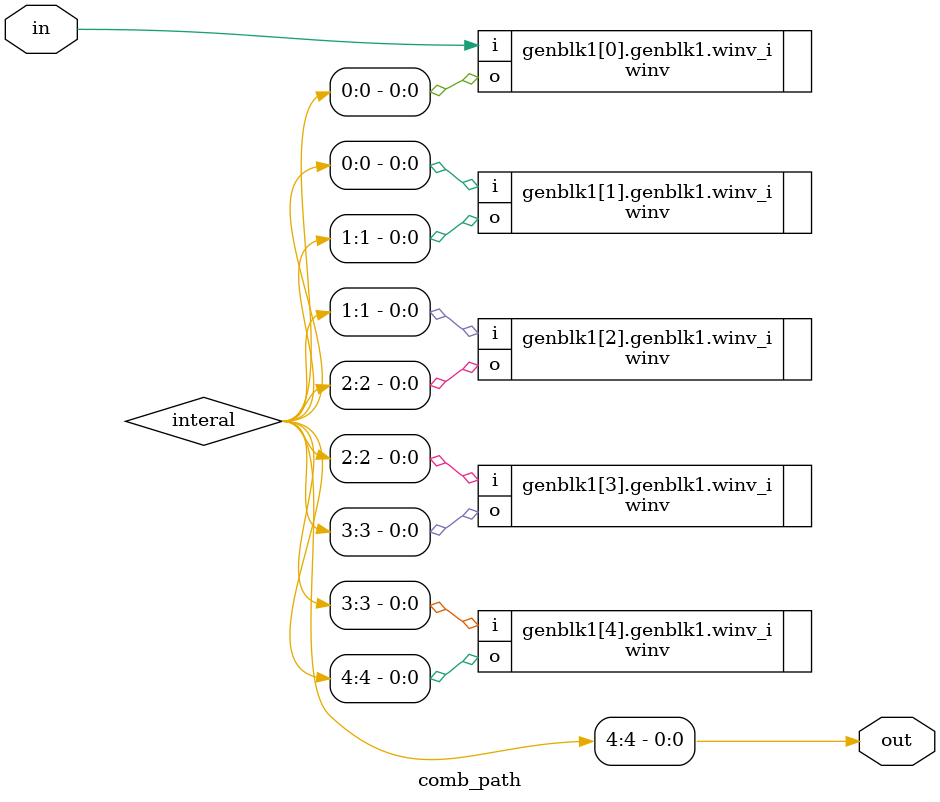
<source format=sv>

module comb_path #(
  parameter DEPTH = 10
) (
  input in,
  output out
);
  wire [(DEPTH/2)-1:0] interal;

  genvar i;
	generate for (i = 0; i < DEPTH/2; i = i + 1) begin
    if (i==0) begin
      winv winv_i (
        .i(in),
        .o(interal[i])
      );
    end else begin
      winv winv_i (
        .i(interal[i-1]),
        .o(interal[i])
      );
    end
  end endgenerate
  assign out = interal[(DEPTH/2)-1];

endmodule


</source>
